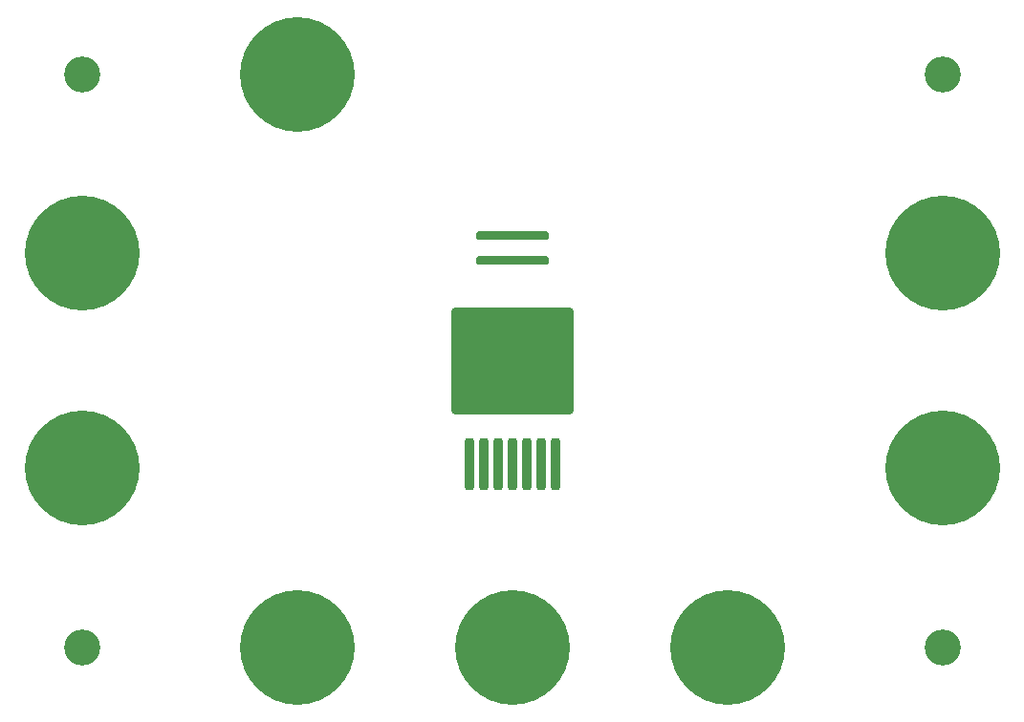
<source format=gbr>
%TF.GenerationSoftware,KiCad,Pcbnew,7.0.9*%
%TF.CreationDate,2023-11-14T16:07:15-06:00*%
%TF.ProjectId,to263-prototype,746f3236-332d-4707-926f-746f74797065,rev?*%
%TF.SameCoordinates,Original*%
%TF.FileFunction,Soldermask,Top*%
%TF.FilePolarity,Negative*%
%FSLAX46Y46*%
G04 Gerber Fmt 4.6, Leading zero omitted, Abs format (unit mm)*
G04 Created by KiCad (PCBNEW 7.0.9) date 2023-11-14 16:07:15*
%MOMM*%
%LPD*%
G01*
G04 APERTURE LIST*
G04 Aperture macros list*
%AMRoundRect*
0 Rectangle with rounded corners*
0 $1 Rounding radius*
0 $2 $3 $4 $5 $6 $7 $8 $9 X,Y pos of 4 corners*
0 Add a 4 corners polygon primitive as box body*
4,1,4,$2,$3,$4,$5,$6,$7,$8,$9,$2,$3,0*
0 Add four circle primitives for the rounded corners*
1,1,$1+$1,$2,$3*
1,1,$1+$1,$4,$5*
1,1,$1+$1,$6,$7*
1,1,$1+$1,$8,$9*
0 Add four rect primitives between the rounded corners*
20,1,$1+$1,$2,$3,$4,$5,0*
20,1,$1+$1,$4,$5,$6,$7,0*
20,1,$1+$1,$6,$7,$8,$9,0*
20,1,$1+$1,$8,$9,$2,$3,0*%
G04 Aperture macros list end*
%ADD10RoundRect,0.190500X3.009900X0.190500X-3.009900X0.190500X-3.009900X-0.190500X3.009900X-0.190500X0*%
%ADD11C,3.200000*%
%ADD12C,10.160000*%
%ADD13RoundRect,0.200000X0.200000X-2.100000X0.200000X2.100000X-0.200000X2.100000X-0.200000X-2.100000X0*%
%ADD14RoundRect,0.250002X5.149998X-4.449998X5.149998X4.449998X-5.149998X4.449998X-5.149998X-4.449998X0*%
G04 APERTURE END LIST*
D10*
%TO.C,C1*%
X88900000Y-67310000D03*
X88900000Y-65125600D03*
%TD*%
D11*
%TO.C,REF\u002A\u002A*%
X127000000Y-101600000D03*
%TD*%
D12*
%TO.C,J8*%
X69850000Y-50800000D03*
%TD*%
D11*
%TO.C,REF\u002A\u002A*%
X50800000Y-101600000D03*
%TD*%
%TO.C,REF\u002A\u002A*%
X50800000Y-50800000D03*
%TD*%
D12*
%TO.C,J4*%
X88900000Y-101600000D03*
%TD*%
%TO.C,J1*%
X50800000Y-66675000D03*
%TD*%
%TO.C,J3*%
X69850000Y-101600000D03*
%TD*%
%TO.C,J6*%
X127000000Y-85725000D03*
%TD*%
%TO.C,J5*%
X107950000Y-101600000D03*
%TD*%
D11*
%TO.C,REF\u002A\u002A*%
X127000000Y-50800000D03*
%TD*%
D12*
%TO.C,J2*%
X50800000Y-85725000D03*
%TD*%
%TO.C,J7*%
X127000000Y-66675000D03*
%TD*%
D13*
%TO.C,U1*%
X85090000Y-85350000D03*
X86360000Y-85350000D03*
X87630000Y-85350000D03*
X88900000Y-85350000D03*
D14*
X88900000Y-76200000D03*
D13*
X90170000Y-85350000D03*
X91440000Y-85350000D03*
X92710000Y-85350000D03*
%TD*%
M02*

</source>
